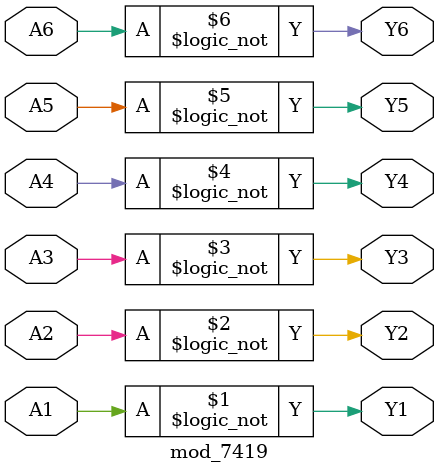
<source format=v>
module mod_7419 (
	input A1, output Y1,
	input A2, output Y2,
	input A3, output Y3,
	input A4, output Y4,
	input A5, output Y5,
	input A6, output Y6
);
	assign Y1 = !A1;
	assign Y2 = !A2;
	assign Y3 = !A3;
	assign Y4 = !A4;
	assign Y5 = !A5;
	assign Y6 = !A6;
endmodule

</source>
